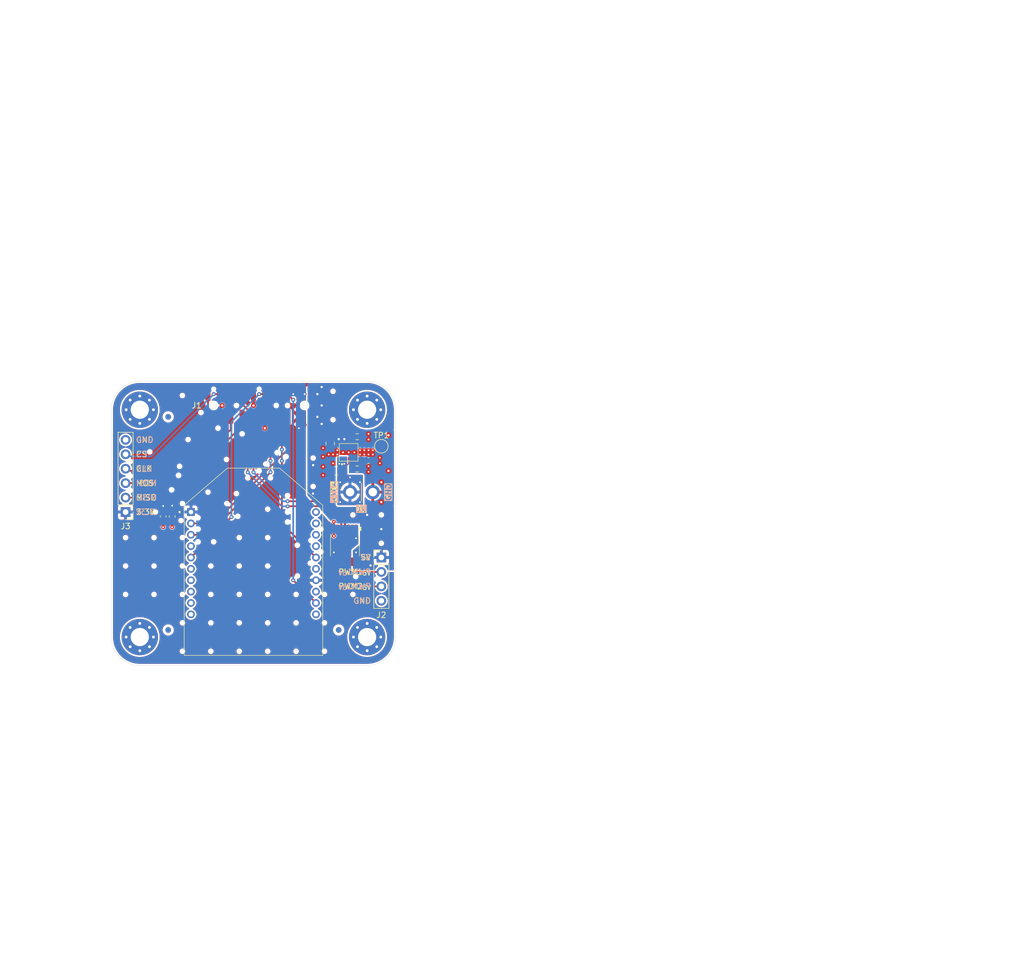
<source format=kicad_pcb>
(kicad_pcb (version 20240108) (generator "pcbnew") (generator_version "8.0")
  (title_block (title "Nerve Radio PCB") (rev "0.1.0-alpha"))
  (layers (0 "F.Cu" signal) (1 "In1.Cu" power) (2 "In2.Cu" power) (31 "B.Cu" signal) (34 "B.Paste" user) (35 "F.Paste" user) (36 "B.SilkS" user "B.Silkscreen") (37 "F.SilkS" user "F.Silkscreen") (38 "B.Mask" user) (39 "F.Mask" user) (44 "Edge.Cuts" user))
  (net 0 "")
  (net 1 "/GPIO_1{slash}PWM_1")
  (net 2 "GND")
  (net 3 "/RADIO_UART_CTS")
  (net 4 "+5V")
  (net 5 "+3V3")
  (net 6 "/GPIO_2{slash}PWM_2")
  (net 7 "Net-(J1-Pad19)")
  (net 8 "/SPI_MOSI")
  (net 9 "/RADIO_UART_RTS")
  (net 10 "/RADIO_UART_TX")
  (net 11 "/SPI_CS")
  (net 12 "/SPI_CLK")
  (net 13 "/RADIO_NRST")
  (net 14 "/RADIO_UART_RX")
  (net 15 "/SPI_MISO")
  (net 16 "/GPIO_2{slash}PWM_2_{5V}")
  (net 17 "/GPIO_1{slash}PWM_1_{5V}")
  (net 18 "+VSUPPLY")
  (net 19 "Net-(U2-SS{slash}TR)")
  (net 26 "Net-(U2-PG)")
  (net 28 "Net-(U2-FB{slash}VSET)")
  (net 29 "Net-(U2-MODE{slash}S-CONF)")
  (footprint "Fiducial:Fiducial_1mm_Mask2mm" (layer "F.Cu") (at 133.5 86.25)
    (property "Reference" "FM1" (hide yes))
    (property "Value" "1mm")
  )
  (footprint "Fiducial:Fiducial_1mm_Mask2mm" (layer "F.Cu") (at 133.5 123.75)
    (property "Reference" "FM2" (hide yes))
    (property "Value" "1mm")
  )
  (footprint "common:txb0104qpwrq1" (layer "F.Cu") (at 164.6 108.85 -90)
    (property "Reference" "U1" (hide yes))
    (property "Value" "TXB0104QPWRQ1")
  )
  (footprint "connectors:bf030-20a-b1-0600-0277-0600-lb" (layer "F.Cu") (at 149.5 84.25 180)
    (property "Reference" "J1")
    (property "Value" "BF030-20A-B1-0360-0277-0600-LB")
    (fp_circle (center 8 0) (end 8.55 0) (stroke (width 0.05)) (fill none) (layer "Edge.Cuts"))
    (fp_circle (center -8 0) (end -7.45 0) (stroke (width 0.05)) (fill none) (layer "Edge.Cuts"))
  )
  (footprint "Resistor_SMD:R_0603_1608Metric" (layer "F.Cu") (at 166.75 89.75)
    (property "Reference" "R1" (hide yes))
    (property "Value" "76k8")
  )
  (footprint "Fiducial:Fiducial_1mm_Mask2mm" (layer "F.Cu") (at 163.5 123.75)
    (property "Reference" "FM3" (hide yes))
    (property "Value" "1mm")
  )
  (footprint "Capacitor_SMD:C_0805_2012Metric" (layer "F.Cu") (at 162 90.95 -90)
    (property "Reference" "C2" (hide yes))
    (property "Value" "22u")
  )
  (footprint "Resistor_SMD:R_0603_1608Metric" (layer "F.Cu") (at 166.75 95.425)
    (property "Reference" "R2" (hide yes))
    (property "Value" "76k8")
  )
  (footprint "MountingHole:MountingHole_3.2mm_M3_Pad_Via" (layer "F.Cu") (at 168.5 85 45)
    (property "Reference" "H2" (hide yes))
    (property "Value" "M3")
  )
  (footprint "Capacitor_SMD:C_0805_2012Metric" (layer "F.Cu") (at 163.05 95.75 180)
    (property "Reference" "C1" (hide yes))
    (property "Value" "10u")
  )
  (footprint "Capacitor_SMD:C_0603_1608Metric" (layer "F.Cu") (at 168.75 93.925)
    (property "Reference" "C3" (hide yes))
    (property "Value" "16n")
  )
  (footprint "TestPoint:TestPoint_Pad_D2.0mm" (layer "F.Cu") (at 171 91.425 180)
    (property "Reference" "TP1")
    (property "Value" "TestPoint")
  )
  (footprint "Connector_PinHeader_2.54mm:PinHeader_1x04_P2.54mm_Vertical" (layer "F.Cu") (at 171 111)
    (property "Reference" "J2")
    (property "Value" "5V GPIO Breakout")
  )
  (footprint "MountingHole:MountingHole_3.2mm_M3_Pad_Via" (layer "F.Cu") (at 128.5 125 -135)
    (property "Reference" "H3" (hide yes))
    (property "Value" "M3")
  )
  (footprint "digi_xbee:xbee_pro_900hp" (layer "F.Cu") (at 148.5 111.75)
    (property "Reference" "U3" (hide yes))
    (property "Value" "XBP9B-DMWT-002")
  )
  (footprint "MountingHole:MountingHole_3.2mm_M3_Pad_Via" (layer "F.Cu") (at 168.5 125 135)
    (property "Reference" "H4" (hide yes))
    (property "Value" "M3")
  )
  (footprint "Connector_PinHeader_2.54mm:PinHeader_1x06_P2.54mm_Vertical" (layer "F.Cu") (at 126 103 180)
    (property "Reference" "J3")
    (property "Value" "3V SPI Breakout")
  )
  (footprint "Capacitor_SMD:C_0603_1608Metric" (layer "F.Cu") (at 132.61 103.775 -90)
    (property "Reference" "C5" (hide yes))
    (property "Value" "1u")
  )
  (footprint "MountingHole:MountingHole_3.2mm_M3_Pad_Via" (layer "F.Cu") (at 128.5 85 -45)
    (property "Reference" "H1" (hide yes))
    (property "Value" "M3")
  )
  (footprint "ti_buck:tpsm8290x" (layer "F.Cu") (at 165.25 92.5 90)
    (property "Reference" "U2" (hide yes))
    (property "Value" "TPSM82903")
  )
  (footprint "radio_pcb_connectors:battery" (layer "F.Cu") (at 167.5 99.5 180)
    (property "Reference" "J4")
    (property "Value" "Battery")
  )
  (footprint "Capacitor_SMD:C_0603_1608Metric" (layer "F.Cu") (at 134.2 103.775 -90)
    (property "Reference" "C4" (hide yes))
    (property "Value" "47p")
  )
  (footprint "Fiducial:Fiducial_1mm_Mask2mm" (layer "B.Cu") (at 133.5 123.75 180)
    (property "Reference" "FM5" (hide yes))
    (property "Value" "1mm")
  )
  (footprint "Fiducial:Fiducial_1mm_Mask2mm" (layer "B.Cu") (at 133.5 86.25 180)
    (property "Reference" "FM4" (hide yes))
    (property "Value" "1mm")
  )
  (footprint "Fiducial:Fiducial_1mm_Mask2mm" (layer "B.Cu") (at 163.5 123.75 180)
    (property "Reference" "FM6" (hide yes))
    (property "Value" "1mm")
  )
  (gr_line (start 167.5 98) (end 167.5 101) (stroke (width 0.15)) (layer "B.SilkS"))
  (gr_line (start 167.5 98) (end 167.5 101) (stroke (width 0.15)) (layer "F.SilkS"))
  (gr_line (start 128.5 130) (end 168.5 130) (stroke (width 0.05)) (layer "Edge.Cuts"))
  (gr_line (start 128.5 80) (end 168.5 80) (stroke (width 0.05)) (layer "Edge.Cuts"))
  (gr_arc (start 128.5 130) (mid 124.964466 128.535534) (end 123.5 125) (stroke (width 0.05)) (layer "Edge.Cuts"))
  (gr_arc (start 168.5 80) (mid 172.035534 81.464466) (end 173.5 85) (stroke (width 0.05)) (layer "Edge.Cuts"))
  (gr_arc (start 123.5 85) (mid 124.964466 81.464466) (end 128.5 80) (stroke (width 0.05)) (layer "Edge.Cuts"))
  (gr_arc (start 173.5 125) (mid 172.035534 128.535534) (end 168.5 130) (stroke (width 0.05)) (layer "Edge.Cuts"))
  (gr_line (start 123.5 85) (end 123.5 125) (stroke (width 0.05)) (layer "Edge.Cuts"))
  (gr_line (start 173.5 85) (end 173.5 125) (stroke (width 0.05)) (layer "Edge.Cuts"))
  (gr_text "GND" (at 172.25 99.5 90) (layer "B.SilkS" knockout) (effects (font (size 1 1) (thickness 0.2) (bold yes)) (justify mirror)))
  (gr_text "PWM2_{5V}" (at 169.25 116.08 0) (layer "B.SilkS") (effects (font (size 1 1)) (justify left mirror)))
  (gr_text "BAT+" (at 162.75 99.5 90) (layer "B.SilkS" knockout) (effects (font (size 1 1) (thickness 0.2) (bold yes)) (justify mirror)))
  (gr_text "CLK" (at 127.75 95.38 0) (layer "B.SilkS") (effects (font (size 1 1)) (justify right mirror)))
  (gr_text "PWM1_{5V}" (at 169.25 113.54 0) (layer "B.SilkS") (effects (font (size 1 1)) (justify left mirror)))
  (gr_text "3.3V" (at 127.75 103 0) (layer "B.SilkS") (effects (font (size 1 1)) (justify right mirror)))
  (gr_text "CS" (at 127.75 92.84 -0) (layer "B.SilkS") (effects (font (size 1 1)) (justify right mirror)))
  (gr_text "MISO" (at 127.75 100.46 0) (layer "B.SilkS") (effects (font (size 1 1)) (justify right mirror)))
  (gr_text "J4" (at 167.5 102.5 0) (layer "B.SilkS" knockout) (effects (font (size 1 1) (thickness 0.2) (bold yes)) (justify mirror)))
  (gr_text "MOSI" (at 127.75 97.92 0) (layer "B.SilkS") (effects (font (size 1 1)) (justify right mirror)))
  (gr_text "5V" (at 169.25 111 0) (layer "B.SilkS") (effects (font (size 1 1)) (justify left mirror)))
  (gr_text "GND" (at 169.25 118.62 0) (layer "B.SilkS") (effects (font (size 1 1)) (justify left mirror)))
  (gr_text "GND" (at 127.75 90.3 -0) (layer "B.SilkS") (effects (font (size 1 1)) (justify right mirror)))
  (gr_text "5V" (at 169.25 111 0) (layer "F.SilkS") (effects (font (size 1 1)) (justify right)))
  (gr_text "MISO" (at 127.75 100.46 0) (layer "F.SilkS") (effects (font (size 1 1)) (justify left)))
  (gr_text "3.3V" (at 127.75 103 0) (layer "F.SilkS") (effects (font (size 1 1)) (justify left)))
  (gr_text "MOSI" (at 127.75 97.92 0) (layer "F.SilkS") (effects (font (size 1 1)) (justify left)))
  (gr_text "CLK" (at 127.75 95.38 0) (layer "F.SilkS") (effects (font (size 1 1)) (justify left)))
  (gr_text "BAT+" (at 162.75 99.5 90) (layer "F.SilkS" knockout) (effects (font (size 1 1) (thickness 0.2) (bold yes))))
  (gr_text "GND" (at 172.25 99.5 90) (layer "F.SilkS" knockout) (effects (font (size 1 1) (thickness 0.2) (bold yes))))
  (gr_text "GND" (at 127.75 90.3 -0) (layer "F.SilkS") (effects (font (size 1 1)) (justify left)))
  (gr_text "CS" (at 127.75 92.84 0) (layer "F.SilkS") (effects (font (size 1 1)) (justify left)))
  (gr_text "PWM2_{5V}" (at 169.25 116.08 0) (layer "F.SilkS") (effects (font (size 1 1)) (justify right)))
  (gr_text "GND" (at 169.25 118.62 0) (layer "F.SilkS") (effects (font (size 1 1)) (justify right)))
  (gr_text "PWM1_{5V}" (at 169.25 113.54 0) (layer "F.SilkS") (effects (font (size 1 1)) (justify right)))
  (segment (start 148.5 96) (end 148.5 86.25) (width 0.3) (layer "F.Cu") (net 1))
  (segment (start 154.5 101.099997) (end 160.747053 101.099997) (width 0.3) (layer "F.Cu") (net 1))
  (segment (start 164.6 104.952944) (end 164.6 105.95) (width 0.3) (layer "F.Cu") (net 1))
  (segment (start 160.747053 101.099997) (end 164.6 104.952944) (width 0.3) (layer "F.Cu") (net 1))
  (via (at 148.5 96) (size 0.7) (drill 0.3) (layers "F.Cu" "B.Cu") (remove_unused_layers yes) (net 1))
  (via (at 154.5 101.099997) (size 0.7) (drill 0.3) (layers "F.Cu" "B.Cu") (remove_unused_layers yes) (net 1))
  (segment (start 154.5 101.099997) (end 153.599997 101.099997) (width 0.3) (layer "B.Cu") (net 1))
  (segment (start 153.599997 101.099997) (end 148.5 96) (width 0.3) (layer "B.Cu") (net 1))
  (segment (start 148.5 84.25) (end 148.5 82.25) (width 0.5) (layer "F.Cu") (net 2))
  (segment (start 162.65 107.2) (end 162.65 105.95) (width 0.3) (layer "F.Cu") (net 2))
  (segment (start 134.2 105.675) (end 134.2 104.55) (width 0.5) (layer "F.Cu") (net 2))
  (segment (start 143 84.25) (end 142.5 84.75) (width 0.5) (layer "F.Cu") (net 2))
  (segment (start 150.5 88.25) (end 150.5 86.25) (width 0.5) (layer "F.Cu") (net 2))
  (segment (start 134.2 104.55) (end 132.61 104.55) (width 0.5) (layer "F.Cu") (net 2))
  (segment (start 132.61 104.55) (end 132.61 105.675) (width 0.5) (layer "F.Cu") (net 2))
  (segment (start 162.65 104.7) (end 162.65 105.95) (width 0.3) (layer "F.Cu") (net 2))
  (segment (start 142.5 84.75) (end 142.5 86.25) (width 0.5) (layer "F.Cu") (net 2))
  (via (at 135.496814 94.95) (size 0.9) (drill 0.4) (layers "F.Cu" "B.Cu") (remove_unused_layers yes) (zone_layer_connections "In1.Cu" "In2.Cu") (net 2))
  (via (at 151 102.5) (size 0.9) (drill 0.4) (layers "F.Cu" "B.Cu") (remove_unused_layers yes) (zone_layer_connections "In1.Cu" "In2.Cu") (net 2))
  (via (at 164.25 92.5) (size 0.7) (drill 0.3) (layers "F.Cu" "B.Cu") (remove_unused_layers yes) (zone_layer_connections "F.Cu" "In1.Cu" "In2.Cu") (net 2))
  (via (at 136 82.5) (size 0.9) (drill 0.4) (layers "F.Cu" "B.Cu") (remove_unused_layers yes) (zone_layer_connections "In1.Cu" "In2.Cu") (net 2))
  (via (at 140.5 99.5) (size 0.9) (drill 0.4) (layers "F.Cu" "B.Cu") (remove_unused_layers yes) (zone_layer_connections "In1.Cu" "In2.Cu") (net 2))
  (via (at 131 107.5) (size 0.9) (drill 0.4) (layers "F.Cu" "B.Cu") (remove_unused_layers yes) (zone_layer_connections "In1.Cu" "In2.Cu") (net 2))
  (via (at 163.25 92.125) (size 0.7) (drill 0.3) (layers "F.Cu" "B.Cu") (remove_unused_layers yes) (zone_layer_connections "F.Cu" "In1.Cu" "In2.Cu") (net 2))
  (via (at 146 107.5) (size 0.9) (drill 0.4) (layers "F.Cu" "B.Cu") (remove_unused_layers yes) (zone_layer_connections "In1.Cu" "In2.Cu") (net 2))
  (via (at 154.5 104.75) (size 0.9) (drill 0.4) (layers "F.Cu" "B.Cu") (remove_unused_layers yes) (zone_layer_connections "In1.Cu" "In2.Cu") (net 2))
  (via (at 168.75 90.25) (size 0.7) (drill 0.3) (layers "F.Cu" "B.Cu") (remove_unused_layers yes) (zone_layer_connections "F.Cu" "In1.Cu" "In2.Cu") (net 2))
  (via (at 168.75 95.925) (size 0.7) (drill 0.3) (layers "F.Cu" "B.Cu") (remove_unused_layers yes) (zone_layer_connections "F.Cu" "In1.Cu" "In2.Cu") (net 2))
  (via (at 135.31863 96.549999) (size 0.9) (drill 0.4) (layers "F.Cu" "B.Cu") (remove_unused_layers yes) (zone_layer_connections "In1.Cu" "In2.Cu") (net 2))
  (via (at 135.75 104.5) (size 0.9) (drill 0.4) (layers "F.Cu" "B.Cu") (remove_unused_layers yes) (zone_layer_connections "In1.Cu" "In2.Cu") (net 2))
  (via (at 162.5 92.875) (size 0.7) (drill 0.3) (layers "F.Cu" "B.Cu") (remove_unused_layers yes) (zone_layer_connections "F.Cu" "In1.Cu" "In2.Cu") (net 2))
  (via (at 154.5 103.000003) (size 0.9) (drill 0.4) (layers "F.Cu" "B.Cu") (remove_unused_layers yes) (zone_layer_connections "In1.Cu" "In2.Cu") (net 2))
  (via (at 170.201812 114.809999) (size 0.9) (drill 0.4) (layers "F.Cu" "B.Cu") (remove_unused_layers yes) (zone_layer_connections "In1.Cu" "In2.Cu") (net 2))
  (via (at 168 92.125) (size 0.7) (drill 0.3) (layers "F.Cu" "B.Cu") (remove_unused_layers yes) (zone_layer_connections "F.Cu" "In1.Cu" "In2.Cu") (net 2))
  (via (at 141.5 108.25) (size 0.9) (drill 0.4) (layers "F.Cu" "B.Cu") (remove_unused_layers yes) (zone_layer_connections "In1.Cu" "In2.Cu") (net 2))
  (via (at 160.75 96.5) (size 0.7) (drill 0.3) (layers "F.Cu" "B.Cu") (remove_unused_layers yes) (zone_layer_connections "F.Cu" "In1.Cu" "In2.Cu") (net 2))
  (via (at 166.25 92.5) (size 0.7) (drill 0.3) (layers "F.Cu" "B.Cu") (remove_unused_layers yes) (zone_layer_connections "F.Cu" "In1.Cu" "In2.Cu") (net 2))
  (via (at 171 101.25) (size 0.9) (drill 0.4) (layers "F.Cu" "B.Cu") (remove_unused_layers yes) (zone_layer_connections "F.Cu" "In1.Cu" "In2.Cu") (net 2))
  (via (at 136 122.5) (size 0.9) (drill 0.4) (layers "F.Cu" "B.Cu") (remove_unused_layers yes) (zone_layer_connections "In1.Cu" "In2.Cu") (net 2))
  (via (at 169.5 92.875) (size 0.7) (drill 0.3) (layers "F.Cu" "B.Cu") (remove_unused_layers yes) (zone_layer_connections "F.Cu" "In1.Cu" "In2.Cu") (net 2))
  (via (at 145.5 84.25) (size 0.9) (drill 0.4) (layers "F.Cu" "B.Cu") (remove_unused_layers yes) (zone_layer_connections "In1.Cu" "In2.Cu") (net 2))
  (via (at 141.5 81.349997) (size 0.7) (drill 0.3) (layers "F.Cu" "B.Cu") (remove_unused_layers yes) (zone_layer_connections "In1.Cu" "In2.Cu") (net 2))
  (via (at 130.25 92.41) (size 0.9) (drill 0.4) (layers "F.Cu" "B.Cu") (remove_unused_layers yes) (zone_layer_connections "In1.Cu" "In2.Cu") (net 2))
  (via (at 145.75 103.75) (size 0.9) (drill 0.4) (layers "F.Cu" "B.Cu") (remove_unused_layers yes) (zone_layer_connections "In1.Cu" "In2.Cu") (net 2))
  (via (at 141 122.5) (size 0.9) (drill 0.4) (layers "F.Cu" "B.Cu") (remove_unused_layers yes) (zone_layer_connections "In1.Cu" "In2.Cu") (net 2))
  (via (at 138.75 108.25) (size 0.9) (drill 0.4) (layers "F.Cu" "B.Cu") (remove_unused_layers yes) (zone_layer_connections "In1.Cu" "In2.Cu") (net 2))
  (via (at 168.75 92.875) (size 0.7) (drill 0.3) (layers "F.Cu" "B.Cu") (remove_unused_layers yes) (zone_layer_connections "F.Cu" "In1.Cu" "In2.Cu") (net 2))
  (via (at 132.61 105.675) (size 0.7) (drill 0.3) (layers "F.Cu" "B.Cu") (remove_unused_layers yes) (zone_layer_connections "In1.Cu" "In2.Cu") (net 2))
  (via (at 142.246814 88.246814) (size 0.9) (drill 0.4) (layers "F.Cu" "B.Cu") (remove_unused_layers yes) (zone_layer_connections "In1.Cu" "In2.Cu") (net 2))
  (via (at 131.25 103) (size 0.9) (drill 0.4) (layers "F.Cu" "B.Cu") (remove_unused_layers yes) (zone_layer_connections "In1.Cu" "In2.Cu") (net 2))
  (via (at 160.75 93.25) (size 0.7) (drill 0.3) (layers "F.Cu" "B.Cu") (remove_unused_layers yes) (zone_layer_connections "F.Cu" "In1.Cu" "In2.Cu") (net 2))
  (via (at 139.25 85.5) (size 0.9) (drill 0.4) (layers "F.Cu" "B.Cu") (remove_unused_layers yes) (zone_layer_connections "In1.Cu" "In2.Cu") (net 2))
  (via (at 161.75 92.875) (size 0.7) (drill 0.3) (layers "F.Cu" "B.Cu") (remove_unused_layers yes) (zone_layer_connections "F.Cu" "In1.Cu" "In2.Cu") (net 2))
  (via (at 172.25 89.5) (size 0.9) (drill 0.4) (layers "F.Cu" "B.Cu") (remove_unused_layers yes) (zone_layer_connections "F.Cu" "In1.Cu" "In2.Cu") (net 2))
  (via (at 143 84.25) (size 0.9) (drill 0.4) (layers "F.Cu" "B.Cu") (remove_unused_layers yes) (zone_layer_connections "In1.Cu" "In2.Cu") (net 2))
  (via (at 162.65 104.7) (size 0.7) (drill 0.3) (layers "F.Cu" "B.Cu") (remove_unused_layers yes) (zone_layer_connections "In1.Cu" "In2.Cu") (net 2))
  (via (at 126 112.5) (size 0.9) (drill 0.4) (layers "F.Cu" "B.Cu") (remove_unused_layers yes) (zone_layer_connections "In1.Cu" "In2.Cu") (net 2))
  (via (at 146 122.5) (size 0.9) (drill 0.4) (layers "F.Cu" "B.Cu") (remove_unused_layers yes) (zone_layer_connections "In1.Cu" "In2.Cu") (net 2))
  (via (at 170.75 94.425) (size 0.7) (drill 0.3) (layers "F.Cu" "B.Cu") (remove_unused_layers yes) (zone_layer_connections "F.Cu" "In1.Cu" "In2.Cu") (net 2))
  (via (at 161 117.5) (size 0.9) (drill 0.4) (layers "F.Cu" "B.Cu") (remove_unused_layers yes) (zone_layer_connections "In1.Cu" "In2.Cu") (net 2))
  (via (at 141 117.5) (size 0.9) (drill 0.4) (layers "F.Cu" "B.Cu") (remove_unused_layers yes) (zone_layer_connections "In1.Cu" "In2.Cu") (net 2))
  (via (at 168 92.875) (size 0.7) (drill 0.3) (layers "F.Cu" "B.Cu") (remove_unused_layers yes) (zone_layer_connections "F.Cu" "In1.Cu" "In2.Cu") (net 2))
  (via (at 137 90.25) (size 0.9) (drill 0.4) (layers "F.Cu" "B.Cu") (remove_unused_layers yes) (zone_layer_connections "In1.Cu" "In2.Cu") (net 2))
  (via (at 148.5 84.25) (size 0.9) (drill 0.4) (layers "F.Cu" "B.Cu") (remove_unused_layers yes) (zone_layer_connections "In1.Cu" "In2.Cu") (net 2))
  (via (at 167.25 92.125) (size 0.7) (drill 0.3) (layers "F.Cu" "B.Cu") (remove_unused_layers yes) (zone_layer_connections "F.Cu" "In1.Cu" "In2.Cu") (net 2))
  (via (at 126.798187 94.110002) (size 0.9) (drill 0.4) (layers "F.Cu" "B.Cu") (remove_unused_layers yes) (zone_layer_connections "In1.Cu" "In2.Cu") (net 2))
  (via (at 160.369268 106.001902) (size 0.9) (drill 0.4) (layers "F.Cu" "B.Cu") (remove_unused_layers yes) (zone_layer_connections "In1.Cu" "In2.Cu") (net 2))
  (via (at 151 122.5) (size 0.9) (drill 0.4) (layers "F.Cu" "B.Cu") (remove_unused_layers yes) (zone_layer_connections "In1.Cu" "In2.Cu") (net 2))
  (via (at 126 117.5) (size 0.9) (drill 0.4) (layers "F.Cu" "B.Cu") (remove_unused_layers yes) (zone_layer_connections "In1.Cu" "In2.Cu") (net 2))
  (via (at 131 112.5) (size 0.9) (drill 0.4) (layers "F.Cu" "B.Cu") (remove_unused_layers yes) (zone_layer_connections "In1.Cu" "In2.Cu") (net 2))
  (via (at 166 117.5) (size 0.9) (drill 0.4) (layers "F.Cu" "B.Cu") (remove_unused_layers yes) (zone_layer_connections "In1.Cu" "In2.Cu") (net 2))
  (via (at 156 122.5) (size 0.9) (drill 0.4) (layers "F.Cu" "B.Cu") (remove_unused_layers yes) (zone_layer_connections "In1.Cu" "In2.Cu") (net 2))
  (via (at 136 107.5) (size 0.9) (drill 0.4) (layers "F.Cu" "B.Cu") (remove_unused_layers yes) (zone_layer_connections "In1.Cu" "In2.Cu") (net 2))
  (via (at 165.25 92.5) (size 0.7) (drill 0.3) (layers "F.Cu" "B.Cu") (remove_unused_layers yes) (zone_layer_connections "F.Cu" "In1.Cu" "In2.Cu") (net 2))
  (via (at 134.2 105.675) (size 0.7) (drill 0.3) (layers "F.Cu" "B.Cu") (remove_unused_layers yes) (zone_layer_connections "In1.Cu" "In2.Cu") (net 2))
  (via (at 134.097553 99.09) (size 0.9) (drill 0.4) (layers "F.Cu" "B.Cu") (remove_unused_layers yes) (zone_layer_connections "In1.Cu" "In2.Cu") (net 2))
  (via (at 158.5 112) (size 0.9) (drill 0.4) (layers "F.Cu" "B.Cu") (remove_unused_layers yes) (zone_layer_connections "In1.Cu" "In2.Cu") (net 2))
  (via (at 168.75 92.125) (size 0.7) (drill 0.3) (layers "F.Cu" "B.Cu") (remove_unused_layers yes) (zone_layer_connections "F.Cu" "In1.Cu" "In2.Cu") (net 2))
  (via (at 136 127.5) (size 0.9) (drill 0.4) (layers "F.Cu" "B.Cu") (remove_unused_layers yes) (zone_layer_connections "In1.Cu" "In2.Cu") (net 2))
  (via (at 160.75 95) (size 0.7) (drill 0.3) (layers "F.Cu" "B.Cu") (remove_unused_layers yes) (zone_layer_connections "F.Cu" "In1.Cu" "In2.Cu") (net 2))
  (via (at 166.5 114.34) (size 0.9) (drill 0.4) (layers "F.Cu" "B.Cu") (remove_unused_layers yes) (zone_layer_connections "In1.Cu" "In2.Cu") (net 2))
  (via (at 172.25 95.75) (size 0.9) (drill 0.4) (layers "F.Cu" "B.Cu") (remove_unused_layers yes) (zone_layer_connections "F.Cu" "In1.Cu" "In2.Cu") (net 2))
  (via (at 152.667947 92.554702) (size 0.9) (drill 0.4) (layers "F.Cu" "B.Cu") (remove_unused_layers yes) (zone_layer_connections "In1.Cu" "In2.Cu") (net 2))
  (via (at 145.5 99.75) (size 0.9) (drill 0.4) (layers "F.Cu" "B.Cu") (remove_unused_layers yes) (zone_layer_connections "In1.Cu" "In2.Cu") (net 2))
  (via (at 162.5 86.75) (size 0.9) (drill 0.4) (layers "F.Cu" "B.Cu") (remove_unused_layers yes) (zone_layer_connections "In1.Cu" "In2.Cu") (net 2))
  (via (at 149.5 95.75) (size 0.9) (drill 0.4) (layers "F.Cu" "B.Cu") (remove_unused_layers yes) (zone_layer_connections "In1.Cu" "In2.Cu") (net 2))
  (via (at 170.75 93.425) (size 0.7) (drill 0.3) (layers "F.Cu" "B.Cu") (remove_unused_layers yes) (zone_layer_connections "F.Cu" "In1.Cu" "In2.Cu") (net 2))
  (via (at 143.75 93.75) (size 0.9) (drill 0.4) (layers "F.Cu" "B.Cu") (remove_unused_layers yes) (zone_layer_connections "In1.Cu" "In2.Cu") (net 2))
  (via (at 152.5 84.25) (size 0.9) (drill 0.4) (layers "F.Cu" "B.Cu") (remove_unused_layers yes) (zone_layer_connections "In1.Cu" "In2.Cu") (net 2))
  (via (at 150.667947 94.554702) (size 0.9) (drill 0.4) (layers "F.Cu" "B.Cu") (remove_unused_layers yes) (zone_layer_connections "In1.Cu" "In2.Cu") (net 2))
  (via (at 141 127.5) (size 0.9) (drill 0.4) (layers "F.Cu" "B.Cu") (remove_unused_layers yes) (zone_layer_connections "In1.Cu" "In2.Cu") (net 2))
  (via (at 154.5 100.099994) (size 0.9) (drill 0.4) (layers "F.Cu" "B.Cu") (remove_unused_layers yes) (zone_layer_connections "In1.Cu" "In2.Cu") (net 2))
  (via (at 160.36927 110.001901) (size 0.9) (drill 0.4) (layers "F.Cu" "B.Cu") (remove_unused_layers yes) (zone_layer_connections "In1.Cu" "In2.Cu") (net 2))
  (via (at 171 108.5) (size 0.9) (drill 0.4) (layers "F.Cu" "B.Cu") (remove_unused_layers yes) (zone_layer_connections "In1.Cu" "In2.Cu") (net 2))
  (via (at 151.5 97) (size 0.9) (drill 0.4) (layers "F.Cu" "B.Cu") (remove_unused_layers yes) (zone_layer_connections "In1.Cu" "In2.Cu") (net 2))
  (via (at 158.630732 108.001898) (size 0.9) (drill 0.4) (layers "F.Cu" "B.Cu") (remove_unused_layers yes) (zone_layer_connections "In1.Cu" "In2.Cu") (net 2))
  (via (at 138.75 104) (size 0.9) (drill 0.4) (layers "F.Cu" "B.Cu") (remove_unused_layers yes) (zone_layer_connections "In1.Cu" "In2.Cu") (net 2))
  (via (at 156 127.5) (size 0.9) (drill 0.4) (layers "F.Cu" "B.Cu") (remove_unused_layers yes) (zone_layer_connections "In1.Cu" "In2.Cu") (net 2))
  (via (at 146 112.5) (size 0.9) (drill 0.4) (layers "F.Cu" "B.Cu") (remove_unused_layers yes) (zone_layer_connections "In1.Cu" "In2.Cu") (net 2))
  (via (at 156 117.5) (size 0.9) (drill 0.4) (layers "F.Cu" "B.Cu") (remove_unused_layers yes) (zone_layer_connections "In1.Cu" "In2.Cu") (net 2))
  (via (at 141 112.5) (size 0.9) (drill 0.4) (layers "F.Cu" "B.Cu") (remove_unused_layers yes) (zone_layer_connections "In1.Cu" "In2.Cu") (net 2))
  (via (at 126.798188 99.189999) (size 0.9) (drill 0.4) (layers "F.Cu" "B.Cu") (remove_unused_layers yes) (zone_layer_connections "In1.Cu" "In2.Cu") (net 2))
  (via (at 146.5 89.25) (size 0.9) (drill 0.4) (layers "F.Cu" "B.Cu") (remove_unused_layers yes) (zone_layer_connections "In1.Cu" "In2.Cu") (net 2))
  (via (at 154.5 84.25) (size 0.9) (drill 0.4) (layers "F.Cu" "B.Cu") (remove_unused_layers yes) (zone_layer_connections "In1.Cu" "In2.Cu") (net 2))
  (via (at 151 107.5) (size 0.9) (drill 0.4) (layers "F.Cu" "B.Cu") (remove_unused_layers yes) (zone_layer_connections "In1.Cu" "In2.Cu") (net 2))
  (via (at 151 117.5) (size 0.9) (drill 0.4) (layers "F.Cu" "B.Cu") (remove_unused_layers yes) (zone_layer_connections "In1.Cu" "In2.Cu") (net 2))
  (via (at 136 117.5) (size 0.9) (drill 0.4) (layers "F.Cu" "B.Cu") (remove_unused_layers yes) (zone_layer_connections "In1.Cu" "In2.Cu") (net 2))
  (via (at 159 93.5) (size 0.9) (drill 0.4) (layers "F.Cu" "B.Cu") (remove_unused_layers yes) (zone_layer_connections "In1.Cu" "In2.Cu") (net 2))
  (via (at 167.25 92.875) (size 0.7) (drill 0.3) (layers "F.Cu" "B.Cu") (remove_unused_layers yes) (zone_layer_connections "F.Cu" "In1.Cu" "In2.Cu") (net 2))
  (via (at 138.75 106) (size 0.9) (drill 0.4) (layers "F.Cu" "B.Cu") (remove_unused_layers yes) (zone_layer_connections "In1.Cu" "In2.Cu") (net 2))
  (via (at 146 117.5) (size 0.9) (drill 0.4) (layers "F.Cu" "B.Cu") (remove_unused_layers yes) (zone_layer_connections "In1.Cu" "In2.Cu") (net 2))
  (via (at 147.5 97.000003) (size 0.9) (drill 0.4) (layers "F.Cu" "B.Cu") (remove_unused_layers yes) (zone_layer_connections "In1.Cu" "In2.Cu") (net 2))
  (via (at 156.209314 108.840686) (size 0.9) (drill 0.4) (layers "F.Cu" "B.Cu") (remove_unused_layers yes) (zone_layer_connections "In1.Cu" "In2.Cu") (net 2))
  (via (at 162.5 94.425) (size 0.7) (drill 0.3) (layers "F.Cu" "B.Cu") (remove_unused_layers yes) (zone_layer_connections "F.Cu" "In1.Cu" "In2.Cu") (net 2))
  (via (at 162.5 81.75) (size 0.9) (drill 0.4) (layers "F.Cu" "B.Cu") (remove_unused_layers yes) (zone_layer_connections "In1.Cu" "In2.Cu") (net 2))
  (via (at 162.65 107.2) (size 0.7) (drill 0.3) (layers "F.Cu" "B.Cu") (remove_unused_layers yes) (zone_layer_connections "In1.Cu" "In2.Cu") (net 2))
  (via (at 166 103.5) (size 0.9) (drill 0.4) (layers "F.Cu" "B.Cu") (remove_unused_layers yes) (zone_layer_connections "In1.Cu" "In2.Cu") (net 2))
  (via (at 171 97.75) (size 0.9) (drill 0.4) (layers "F.Cu" "B.Cu") (remove_unused_layers yes) (zone_layer_connections "F.Cu" "In1.Cu" "In2.Cu") (net 2))
  (via (at 168.75 89.25) (size 0.7) (drill 0.3) (layers "F.Cu" "B.Cu") (remove_unused_layers yes) (zone_layer_connections "F.Cu" "In1.Cu" "In2.Cu") (net 2))
  (via (at 161 127.5) (size 0.9) (drill 0.4) (layers "F.Cu" "B.Cu") (remove_unused_layers yes) (zone_layer_connections "In1.Cu" "In2.Cu") (net 2))
  (via (at 159 98.5) (size 0.9) (drill 0.4) (layers "F.Cu" "B.Cu") (remove_unused_layers yes) (zone_layer_connections "In1.Cu" "In2.Cu") (net 2))
  (via (at 154.25 93.25) (size 0.9) (drill 0.4) (layers "F.Cu" "B.Cu") (remove_unused_layers yes) (zone_layer_connections "In1.Cu" "In2.Cu") (net 2))
  (via (at 171 103.5) (size 0.9) (drill 0.4) (layers "F.Cu" "B.Cu") (remove_unused_layers yes) (zone_layer_connections "In1.Cu" "In2.Cu") (net 2))
  (via (at 161 122.5) (size 0.9) (drill 0.4) (layers "F.Cu" "B.Cu") (remove_unused_layers yes) (zone_layer_connections "In1.Cu" "In2.Cu") (net 2))
  (via (at 126 107.5) (size 0.9) (drill 0.4) (layers "F.Cu" "B.Cu") (remove_unused_layers yes) (zone_layer_connections "In1.Cu" "In2.Cu") (net 2))
  (via (at 151 127.5) (size 0.9) (drill 0.4) (layers "F.Cu" "B.Cu") (remove_unused_layers yes) (zone_layer_connections "In1.Cu" "In2.Cu") (net 2))
  (via (at 149.5 81.349997) (size 0.7) (drill 0.3) (layers "F.Cu" "B.Cu") (remove_unused_layers yes) (zone_layer_connections "In1.Cu" "In2.Cu") (net 2))
  (via (at 131 117.5) (size 0.9) (drill 0.4) (layers "F.Cu" "B.Cu") (remove_unused_layers yes) (zone_layer_connections "In1.Cu" "In2.Cu") (net 2))
  (via (at 143.809314 101.5) (size 0.9) (drill 0.4) (layers "F.Cu" "B.Cu") (remove_unused_layers yes) (zone_layer_connections "In1.Cu" "In2.Cu") (net 2))
  (via (at 156.25 114.25) (size 0.9) (drill 0.4) (layers "F.Cu" "B.Cu") (remove_unused_layers yes) (zone_layer_connections "In1.Cu" "In2.Cu") (net 2))
  (via (at 136 112.5) (size 0.9) (drill 0.4) (layers "F.Cu" "B.Cu") (remove_unused_layers yes) (zone_layer_connections "In1.Cu" "In2.Cu") (net 2))
  (via (at 150.5 88.25) (size 0.9) (drill 0.4) (layers "F.Cu" "B.Cu") (remove_unused_layers yes) (zone_layer_connections "In1.Cu" "In2.Cu") (net 2))
  (via (at 126.798188 96.650002) (size 0.9) (drill 0.4) (layers "F.Cu" "B.Cu") (remove_unused_layers yes) (zone_layer_connections "In1.Cu" "In2.Cu") (net 2))
  (via (at 160.75 91.75) (size 0.7) (drill 0.3) (layers "F.Cu" "B.Cu") (remove_unused_layers yes) (zone_layer_connections "F.Cu" "In1.Cu" "In2.Cu") (net 2))
  (via (at 168.75 94.925) (size 0.7) (drill 0.3) (layers "F.Cu" "B.Cu") (remove_unused_layers yes) (zone_layer_connections "F.Cu" "In1.Cu" "In2.Cu") (net 2))
  (via (at 136 101.5) (size 0.9) (drill 0.4) (layers "F.Cu" "B.Cu") (remove_unused_layers yes) (zone_layer_connections "In1.Cu" "In2.Cu") (net 2))
  (via (at 151 112.5) (size 0.9) (drill 0.4) (layers "F.Cu" "B.Cu") (remove_unused_layers yes) (zone_layer_connections "In1.Cu" "In2.Cu") (net 2))
  (via (at 169.5 92.125) (size 0.7) (drill 0.3) (layers "F.Cu" "B.Cu") (remove_unused_layers yes) (zone_layer_connections "F.Cu" "In1.Cu" "In2.Cu") (net 2))
  (via (at 146 127.5) (size 0.9) (drill 0.4) (layers "F.Cu" "B.Cu") (remove_unused_layers yes) (zone_layer_connections "In1.Cu" "In2.Cu") (net 2))
  (via (at 163.25 92.875) (size 0.7) (drill 0.3) (layers "F.Cu" "B.Cu") (remove_unused_layers yes) (zone_layer_connections "F.Cu" "In1.Cu" "In2.Cu") (net 2))
  (segment (start 155.5 115) (end 159.5 119) (width 0.3) (layer "F.Cu") (net 3))
  (segment (start 155.5 83.25) (end 154.5 82.25) (width 0.3) (layer "F.Cu") (net 3))
  (via (at 155.5 83.25) (size 0.7) (drill 0.3) (layers "F.Cu" "B.Cu") (remove_unused_layers yes) (net 3))
  (via (at 155.5 115) (size 0.7) (drill 0.3) (layers "F.Cu" "B.Cu") (remove_unused_layers yes) (net 3))
  (segment (start 155.5 83.25) (end 155.5 115) (width 0.3) (layer "B.Cu") (net 3))
  (segment (start 166.55 111.75) (end 167.5 111.75) (width 0.3) (layer "F.Cu") (net 4))
  (segment (start 158.5 86.25) (end 159.75 86.25) (width 0.5) (layer "F.Cu") (net 4))
  (segment (start 166.55 110.1) (end 166.55 111.75) (width 0.3) (layer "F.Cu") (net 4))
  (segment (start 158.5 83.25) (end 158.5 82.25) (width 0.5) (layer "F.Cu") (net 4))
  (segment (start 158.5 82.25) (end 159.75 82.25) (width 0.5) (layer "F.Cu") (net 4))
  (segment (start 167.5 111.75) (end 168.25 111) (width 0.3) (layer "F.Cu") (net 4))
  (segment (start 158.5 85.25) (end 158.5 86.25) (width 0.5) (layer "F.Cu") (net 4))
  (segment (start 168.25 111) (end 171 111) (width 0.3) (layer "F.Cu") (net 4))
  (via (at 160.5 81) (size 0.9) (drill 0.4) (layers "F.Cu" "B.Cu") (remove_unused_layers yes) (zone_layer_connections "F.Cu" "B.Cu") (net 4))
  (via (at 159.75 82.25) (size 0.9) (drill 0.4) (layers "F.Cu" "B.Cu") (remove_unused_layers yes) (zone_layer_connections "F.Cu" "B.Cu") (net 4))
  (via (at 160.5 87.5) (size 0.9) (drill 0.4) (layers "F.Cu" "B.Cu") (remove_unused_layers yes) (zone_layer_connections "F.Cu" "B.Cu") (net 4))
  (via (at 159 94.75) (size 0.9) (drill 0.4) (layers "F.Cu" "B.Cu") (remove_unused_layers yes) (zone_layer_connections "F.Cu" "B.Cu") (net 4))
  (via (at 160.5 84.25) (size 0.9) (drill 0.4) (layers "F.Cu" "B.Cu") (remove_unused_layers yes) (zone_layer_connections "F.Cu" "B.Cu") (net 4))
  (via (at 166.55 110.1) (size 0.7) (drill 0.3) (layers "F.Cu" "B.Cu") (remove_unused_layers yes) (zone_layer_connections "F.Cu" "B.Cu") (net 4))
  (via (at 159 99.75) (size 0.9) (drill 0.4) (layers "F.Cu" "B.Cu") (remove_unused_layers yes) (zone_layer_connections "F.Cu" "B.Cu") (net 4))
  (via (at 159.75 86.25) (size 0.9) (drill 0.4) (layers "F.Cu" "B.Cu") (remove_unused_layers yes) (zone_layer_connections "F.Cu" "B.Cu") (net 4))
  (via (at 171 106) (size 0.9) (drill 0.4) (layers "F.Cu" "B.Cu") (remove_unused_layers yes) (zone_layer_connections "F.Cu" "B.Cu") (net 4))
  (via (at 168.5 103.5) (size 0.9) (drill 0.4) (layers "F.Cu" "B.Cu") (remove_unused_layers yes) (zone_layer_connections "F.Cu" "B.Cu") (net 4))
  (via (at 163.5 90.175) (size 0.9) (drill 0.4) (layers "F.Cu" "B.Cu") (remove_unused_layers yes) (zone_layer_connections "F.Cu" "B.Cu") (net 4))
  (via (at 164.5 90.175) (size 0.9) (drill 0.4) (layers "F.Cu" "B.Cu") (remove_unused_layers yes) (zone_layer_connections "F.Cu" "B.Cu") (net 4))
  (via (at 169.1 112.4) (size 0.9) (drill 0.4) (layers "F.Cu" "B.Cu") (remove_unused_layers yes) (zone_layer_connections "F.Cu" "B.Cu") (net 4))
  (segment (start 132.61 103) (end 134.2 103) (width 0.5) (layer "F.Cu") (net 5))
  (segment (start 156.387501 86.137501) (end 156.5 86.25) (width 0.5) (layer "F.Cu") (net 5))
  (segment (start 137.516373 102.985527) (end 137.5 103.0019) (width 0.3) (layer "F.Cu") (net 5))
  (segment (start 156.5 88.25) (end 156.5 86.25) (width 0.5) (layer "F.Cu") (net 5))
  (segment (start 134.2 103) (end 137.5 103) (width 0.5) (layer "F.Cu") (net 5))
  (segment (start 156.387501 82.362499) (end 156.387501 86.137501) (width 0.5) (layer "F.Cu") (net 5))
  (segment (start 132.61 101.9375) (end 132.61 103) (width 0.5) (layer "F.Cu") (net 5))
  (segment (start 156.5 82.25) (end 156.5 82.381371) (width 0.5) (layer "F.Cu") (net 5))
  (segment (start 157.5 82.25) (end 156.5 82.25) (width 0.5) (layer "F.Cu") (net 5))
  (segment (start 166.55 107.6) (end 166.55 105.95) (width 0.3) (layer "F.Cu") (net 5))
  (segment (start 162.65 110.1) (end 162.65 111.75) (width 0.3) (layer "F.Cu") (net 5))
  (segment (start 134.2 103) (end 134.2 101.875) (width 0.5) (layer "F.Cu") (net 5))
  (segment (start 156.5 82.25) (end 156.387501 82.362499) (width 0.5) (layer "F.Cu") (net 5))
  (segment (start 156.5 82.25) (end 155.5 82.25) (width 0.5) (layer "F.Cu") (net 5))
  (via (at 132.61 101.9375) (size 0.7) (drill 0.3) (layers "F.Cu" "B.Cu") (remove_unused_layers yes) (zone_layer_connections "F.Cu" "B.Cu") (net 5))
  (via (at 162.65 110.1) (size 0.7) (drill 0.3) (layers "F.Cu" "B.Cu") (remove_unused_layers yes) (zone_layer_connections "F.Cu" "B.Cu") (net 5))
  (via (at 155.5 82.25) (size 0.7) (drill 0.3) (layers "F.Cu" "B.Cu") (remove_unused_layers yes) (zone_layer_connections "F.Cu" "B.Cu") (net 5))
  (via (at 156.5 88.25) (size 0.7) (drill 0.3) (layers "F.Cu" "B.Cu") (remove_unused_layers yes) (zone_layer_connections "F.Cu" "B.Cu") (net 5))
  (via (at 166.55 107.6) (size 0.7) (drill 0.3) (layers "F.Cu" "B.Cu") (remove_unused_layers yes) (zone_layer_connections "F.Cu" "B.Cu") (net 5))
  (via (at 157.5 82.25) (size 0.7) (drill 0.3) (layers "F.Cu" "B.Cu") (remove_unused_layers yes) (zone_layer_connections "F.Cu" "B.Cu") (net 5))
  (via (at 134.2 101.875) (size 0.7) (drill 0.3) (layers "F.Cu" "B.Cu") (remove_unused_layers yes) (zone_layer_connections "F.Cu" "B.Cu") (net 5))
  (segment (start 163.95 105.01005) (end 163.95 105.95) (width 0.3) (layer "F.Cu") (net 6))
  (segment (start 160.91685 101.9769) (end 163.95 105.01005) (width 0.3) (layer "F.Cu") (net 6))
  (segment (start 147.5 85) (end 146.5 84) (width 0.3) (layer "F.Cu") (net 6))
  (segment (start 154.5 102) (end 154.5231 101.9769) (width 0.3) (layer "F.Cu") (net 6))
  (segment (start 147.5 96) (end 147.5 85) (width 0.3) (layer "F.Cu") (net 6))
  (segment (start 154.5231 101.9769) (end 160.91685 101.9769) (width 0.3) (layer "F.Cu") (net 6))
  (segment (start 146.5 84) (end 146.5 82.25) (width 0.3) (layer "F.Cu") (net 6))
  (via (at 147.5 96) (size 0.7) (drill 0.3) (layers "F.Cu" "B.Cu") (remove_unused_layers yes) (net 6))
  (via (at 154.5 102) (size 0.7) (drill 0.3) (layers "F.Cu" "B.Cu") (remove_unused_layers yes) (net 6))
  (segment (start 153.5 102) (end 147.5 96) (width 0.3) (layer "B.Cu") (net 6))
  (segment (start 154.5 102) (end 153.5 102) (width 0.3) (layer "B.Cu") (net 6))
  (segment (start 140.5 82.25) (end 140.5 86.25) (width 0.3) (layer "F.Cu") (net 7))
  (segment (start 144.5 88.5) (end 144.5 86.25) (width 0.3) (layer "F.Cu") (net 8))
  (segment (start 126 97.92) (end 135.08 97.92) (width 0.3) (layer "F.Cu") (net 8))
  (segment (start 135.08 97.92) (end 144.5 88.5) (width 0.3) (layer "F.Cu") (net 8))
  (segment (start 153.5 83.25) (end 152.5 82.25) (width 0.3) (layer "F.Cu") (net 9))
  (segment (start 153.5 92) (end 153.5 83.25) (width 0.3) (layer "F.Cu") (net 9))
  (segment (start 153.5 105) (end 159.5 111) (width 0.3) (layer "F.Cu") (net 9))
  (segment (start 153.5 94) (end 153.5 105) (width 0.3) (layer "F.Cu") (net 9))
  (via (at 153.5 92) (size 0.7) (drill 0.3) (layers "F.Cu" "B.Cu") (remove_unused_layers yes) (net 9))
  (via (at 153.5 94) (size 0.7) (drill 0.3) (layers "F.Cu" "B.Cu") (remove_unused_layers yes) (net 9))
  (segment (start 153.5 94) (end 153.5 92) (width 0.3) (layer "B.Cu") (net 9))
  (segment (start 151.5 94) (end 151.5 87.25) (width 0.3) (layer "F.Cu") (net 10))
  (segment (start 140.4981 107.0019) (end 137.5 107.0019) (width 0.3) (layer "F.Cu") (net 10))
  (segment (start 151.5 96) (end 140.4981 107.0019) (width 0.3) (layer "F.Cu") (net 10))
  (segment (start 151.5 87.25) (end 152.5 86.25) (width 0.3) (layer "F.Cu") (net 10))
  (via (at 151.5 94) (size 0.7) (drill 0.3) (layers "F.Cu" "B.Cu") (remove_unused_layers yes) (net 10))
  (via (at 151.5 96) (size 0.7) (drill 0.3) (layers "F.Cu" "B.Cu") (remove_unused_layers yes) (net 10))
  (segment (start 151.5 96) (end 151.5 94) (width 0.3) (layer "B.Cu") (net 10))
  (segment (start 141.5 82.25) (end 142.5 82.25) (width 0.3) (layer "F.Cu") (net 11))
  (via (at 141.5 82.25) (size 0.7) (drill 0.3) (layers "F.Cu" "B.Cu") (remove_unused_layers yes) (net 11))
  (segment (start 130.54 93.21) (end 126 93.21) (width 0.3) (layer "B.Cu") (net 11))
  (segment (start 141.5 82.25) (end 130.54 93.21) (width 0.3) (layer "B.Cu") (net 11))
  (segment (start 143.5 88.125) (end 143.5 85) (width 0.3) (layer "F.Cu") (net 12))
  (segment (start 144.5 84) (end 144.5 82.25) (width 0.3) (layer "F.Cu") (net 12))
  (segment (start 135.875 95.75) (end 143.5 88.125) (width 0.3) (layer "F.Cu") (net 12))
  (segment (start 143.5 85) (end 144.5 84) (width 0.3) (layer "F.Cu") (net 12))
  (segment (start 126 95.75) (end 135.875 95.75) (width 0.3) (layer "F.Cu") (net 12))
  (segment (start 144.62595 103.87595) (end 137.5 111.0019) (width 0.3) (layer "F.Cu") (net 13))
  (segment (start 149.5 82.25) (end 150.5 82.25) (width 0.3) (layer "F.Cu") (net 13))
  (via (at 144.62595 103.87595) (size 0.7) (drill 0.3) (layers "F.Cu" "B.Cu") (remove_unused_layers yes) (net 13))
  (via (at 149.5 82.25) (size 0.7) (drill 0.3) (layers "F.Cu" "B.Cu") (remove_unused_layers yes) (net 13))
  (segment (start 144.62595 103.87595) (end 144.62595 87.12405) (width 0.3) (layer "B.Cu") (net 13))
  (segment (start 144.62595 87.12405) (end 149.5 82.25) (width 0.3) (layer "B.Cu") (net 13))
  (segment (start 154.5 86.25) (end 154.5 92) (width 0.3) (layer "F.Cu") (net 14))
  (segment (start 141.4981 105.0019) (end 137.5 105.0019) (width 0.3) (layer "F.Cu") (net 14))
  (segment (start 154.5 92) (end 141.4981 105.0019) (width 0.3) (layer "F.Cu") (net 14))
  (segment (start 133.858923 100.46) (end 146.5 87.818923) (width 0.3) (layer "F.Cu") (net 15))
  (segment (start 126 100.46) (end 133.858923 100.46) (width 0.3) (layer "F.Cu") (net 15))
  (segment (start 146.5 87.818923) (end 146.5 86.25) (width 0.3) (layer "F.Cu") (net 15))
  (segment (start 163.95 112.95) (end 167.08 116.08) (width 0.3) (layer "F.Cu") (net 16))
  (segment (start 163.95 111.75) (end 163.95 112.95) (width 0.3) (layer "F.Cu") (net 16))
  (segment (start 167.08 116.08) (end 171 116.08) (width 0.3) (layer "F.Cu") (net 16))
  (segment (start 165.29 113.54) (end 171 113.54) (width 0.3) (layer "F.Cu") (net 17))
  (segment (start 164.6 112.85) (end 165.29 113.54) (width 0.3) (layer "F.Cu") (net 17))
  (segment (start 164.6 111.75) (end 164.6 112.85) (width 0.3) (layer "F.Cu") (net 17))
  (segment (start 165.25 94.5) (end 164 95.75) (width 0.15) (layer "F.Cu") (net 18))
  (segment (start 165.25 93.575) (end 165.25 94.5) (width 0.15) (layer "F.Cu") (net 18))
  (via (at 165.5 96.9) (size 0.7) (drill 0.3) (layers "F.Cu" "B.Cu") (remove_unused_layers yes) (zone_layer_connections "F.Cu" "B.Cu") (net 18))
  (via (at 164.5 94.5) (size 0.7) (drill 0.3) (layers "F.Cu" "B.Cu") (remove_unused_layers yes) (zone_layer_connections "F.Cu" "B.Cu") (net 18))
  (via (at 163.6 94.5) (size 0.7) (drill 0.3) (layers "F.Cu" "B.Cu") (remove_unused_layers yes) (zone_layer_connections "F.Cu" "B.Cu") (net 18))
  (via (at 163.75 101.25) (size 0.7) (drill 0.3) (layers "F.Cu" "B.Cu") (remove_unused_layers yes) (zone_layer_connections "F.Cu" "B.Cu") (net 18))
  (via (at 163.75 97.75) (size 0.7) (drill 0.3) (layers "F.Cu" "B.Cu") (remove_unused_layers yes) (zone_layer_connections "F.Cu" "B.Cu") (net 18))
  (via (at 167.25 97.75) (size 0.7) (drill 0.3) (layers "F.Cu" "B.Cu") (remove_unused_layers yes) (zone_layer_connections "F.Cu" "B.Cu") (net 18))
  (via (at 167.25 101.25) (size 0.7) (drill 0.3) (layers "F.Cu" "B.Cu") (remove_unused_layers yes) (zone_layer_connections "F.Cu" "B.Cu") (net 18))
  (segment (start 166.4125 93.575) (end 166.9 93.575) (width 0.3) (layer "F.Cu") (net 19))
  (segment (start 167.25 93.925) (end 167.975 93.925) (width 0.3) (layer "F.Cu") (net 19))
  (segment (start 166.9 93.575) (end 167.25 93.925) (width 0.3) (layer "F.Cu") (net 19))
  (segment (start 166.4125 91.425) (end 171 91.425) (width 0.15) (layer "F.Cu") (net 26))
  (segment (start 165.75 91.425) (end 165.75 89.925) (width 0.15) (layer "F.Cu") (net 28))
  (segment (start 165.75 89.925) (end 165.925 89.75) (width 0.15) (layer "F.Cu") (net 28))
  (segment (start 165.75 93.575) (end 165.75 95.25) (width 0.15) (layer "F.Cu") (net 29))
  (segment (start 165.75 95.25) (end 165.925 95.425) (width 0.15) (layer "F.Cu") (net 29))
  (zone (net 2) (net_name "GND") (layer "F.Cu") (priority 2) (connect_pads yes (clearance 0.3)) (min_thickness 0.25) (fill yes (thermal_gap 0.5) (thermal_bridge_width 0.5) (smoothing fillet) (radius 0.15))
    (polygon (pts (xy 174 97) (xy 174 88.75) (xy 165.950001 88.75) (xy 165.950001 90) (xy 160.25 90) (xy 160.25 97)))
  )
  (zone (net 4) (net_name "+5V") (layer "F.Cu") (priority 3) (connect_pads yes (clearance 0)) (min_thickness 0.25) (fill yes (thermal_gap 0.5) (thermal_bridge_width 0.5) (smoothing fillet) (radius 0.15))
    (polygon (pts (xy 163.5 91.75) (xy 165.049999 91.75) (xy 165.049999 88.5) (xy 160.25 88.5) (xy 160.25 90.8) (xy 163.5 90.8)))
  )
  (zone (net 2) (net_name "GND") (layer "F.Cu") (priority 3) (connect_pads (clearance 0.3)) (min_thickness 0.25) (fill yes (thermal_gap 0.5) (thermal_bridge_width 0.5) (smoothing fillet) (radius 0.15))
    (polygon (pts (xy 167.5 97) (xy 167.5 101.8) (xy 174 101.8) (xy 174 97)))
  )
  (zone (net 18) (net_name "+VSUPPLY") (layers "F&B.Cu") (priority 4) (connect_pads (clearance 0.3)) (min_thickness 0.25) (fill yes (thermal_gap 0.5) (thermal_bridge_width 0.5) (smoothing fillet) (radius 0.15))
    (polygon (pts (xy 165 97) (xy 163.25 97) (xy 163.25 101.8) (xy 167.75 101.8) (xy 167.75 96.45) (xy 165 96.45)))
  )
  (zone (net 4) (net_name "+5V") (layers "F&B.Cu") (priority 1) (connect_pads (clearance 0.3)) (min_thickness 0.25) (fill yes (thermal_gap 0.5) (thermal_bridge_width 0.5))
    (polygon (pts (xy 158 100) (xy 158 79) (xy 174 79) (xy 174 113.25) (xy 166 113.25) (xy 166 109.75) (xy 167.25 108.75) (xy 167.25 105) (xy 162.5 105)))
  )
  (zone (net 18) (net_name "+VSUPPLY") (layers "F&B.Cu") (priority 3) (connect_pads yes (clearance 0)) (min_thickness 0.25) (fill yes (thermal_gap 0.5) (thermal_bridge_width 0.5) (smoothing fillet) (radius 0.15))
    (polygon (pts (xy 163.25 97) (xy 163.25 93.25) (xy 165 93.25) (xy 165 97)))
  )
  (zone (net 5) (net_name "+3V3") (layers "F&B.Cu") (connect_pads (clearance 0.3)) (min_thickness 0.25) (fill yes (thermal_gap 0.5) (thermal_bridge_width 0.5))
    (polygon (pts (xy 123 79) (xy 174 79) (xy 174 131) (xy 123 131)))
  )
)
</source>
